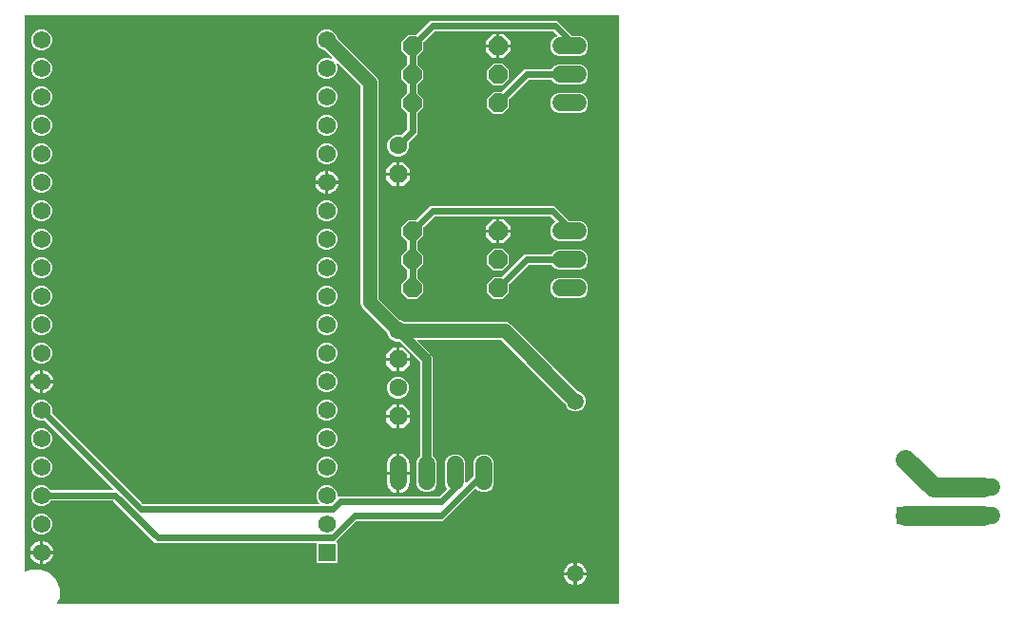
<source format=gbr>
G04 EAGLE Gerber RS-274X export*
G75*
%MOMM*%
%FSLAX34Y34*%
%LPD*%
%INTop Copper*%
%IPPOS*%
%AMOC8*
5,1,8,0,0,1.08239X$1,22.5*%
G01*
%ADD10C,1.600200*%
%ADD11P,1.732040X8X292.500000*%
%ADD12R,1.508000X1.508000*%
%ADD13C,1.508000*%
%ADD14P,1.814519X8X22.500000*%
%ADD15P,1.814519X8X202.500000*%
%ADD16C,1.524000*%
%ADD17R,1.560000X1.560000*%
%ADD18C,1.560000*%
%ADD19C,1.270000*%
%ADD20C,0.812800*%
%ADD21C,1.778000*%
%ADD22C,0.609600*%

G36*
X538500Y10164D02*
X538500Y10164D01*
X538519Y10162D01*
X538621Y10184D01*
X538723Y10200D01*
X538740Y10210D01*
X538760Y10214D01*
X538849Y10267D01*
X538940Y10316D01*
X538954Y10330D01*
X538971Y10340D01*
X539038Y10419D01*
X539110Y10494D01*
X539118Y10512D01*
X539131Y10527D01*
X539170Y10623D01*
X539213Y10717D01*
X539215Y10737D01*
X539223Y10755D01*
X539241Y10922D01*
X539241Y535078D01*
X539238Y535098D01*
X539240Y535117D01*
X539218Y535219D01*
X539202Y535321D01*
X539192Y535338D01*
X539188Y535358D01*
X539135Y535447D01*
X539086Y535538D01*
X539072Y535552D01*
X539062Y535569D01*
X538983Y535636D01*
X538908Y535708D01*
X538890Y535716D01*
X538875Y535729D01*
X538779Y535768D01*
X538685Y535811D01*
X538665Y535813D01*
X538647Y535821D01*
X538480Y535839D01*
X10922Y535839D01*
X10902Y535836D01*
X10883Y535838D01*
X10781Y535816D01*
X10679Y535800D01*
X10662Y535790D01*
X10642Y535786D01*
X10553Y535733D01*
X10462Y535684D01*
X10448Y535670D01*
X10431Y535660D01*
X10364Y535581D01*
X10292Y535506D01*
X10284Y535488D01*
X10271Y535473D01*
X10232Y535377D01*
X10189Y535283D01*
X10187Y535263D01*
X10179Y535245D01*
X10161Y535078D01*
X10161Y40239D01*
X10168Y40193D01*
X10166Y40147D01*
X10188Y40072D01*
X10200Y39996D01*
X10222Y39955D01*
X10235Y39911D01*
X10279Y39847D01*
X10316Y39778D01*
X10349Y39747D01*
X10375Y39709D01*
X10438Y39663D01*
X10494Y39609D01*
X10536Y39590D01*
X10572Y39562D01*
X10646Y39538D01*
X10717Y39505D01*
X10763Y39500D01*
X10806Y39486D01*
X10884Y39487D01*
X10961Y39478D01*
X11006Y39488D01*
X11052Y39488D01*
X11184Y39527D01*
X11202Y39531D01*
X11206Y39533D01*
X11213Y39535D01*
X15741Y41411D01*
X24259Y41411D01*
X32128Y38151D01*
X38151Y32128D01*
X41411Y24259D01*
X41411Y15741D01*
X39535Y11213D01*
X39525Y11169D01*
X39505Y11127D01*
X39497Y11050D01*
X39479Y10974D01*
X39483Y10928D01*
X39478Y10883D01*
X39495Y10806D01*
X39502Y10729D01*
X39521Y10687D01*
X39531Y10642D01*
X39571Y10575D01*
X39602Y10504D01*
X39633Y10470D01*
X39657Y10431D01*
X39716Y10380D01*
X39769Y10323D01*
X39809Y10301D01*
X39844Y10271D01*
X39916Y10242D01*
X39984Y10205D01*
X40029Y10196D01*
X40072Y10179D01*
X40208Y10164D01*
X40226Y10161D01*
X40231Y10162D01*
X40239Y10161D01*
X538480Y10161D01*
X538500Y10164D01*
G37*
%LPC*%
G36*
X270968Y47075D02*
X270968Y47075D01*
X270075Y47968D01*
X270075Y64094D01*
X270072Y64114D01*
X270074Y64133D01*
X270052Y64235D01*
X270036Y64337D01*
X270026Y64354D01*
X270022Y64374D01*
X269969Y64463D01*
X269920Y64554D01*
X269906Y64568D01*
X269896Y64585D01*
X269817Y64652D01*
X269742Y64724D01*
X269724Y64732D01*
X269709Y64745D01*
X269613Y64784D01*
X269519Y64827D01*
X269499Y64829D01*
X269481Y64837D01*
X269314Y64855D01*
X126702Y64855D01*
X89153Y102404D01*
X89079Y102457D01*
X89009Y102517D01*
X88979Y102529D01*
X88953Y102548D01*
X88866Y102575D01*
X88781Y102609D01*
X88740Y102613D01*
X88718Y102620D01*
X88686Y102619D01*
X88614Y102627D01*
X34108Y102627D01*
X33993Y102608D01*
X33877Y102591D01*
X33871Y102589D01*
X33865Y102588D01*
X33763Y102533D01*
X33657Y102480D01*
X33653Y102475D01*
X33647Y102472D01*
X33567Y102388D01*
X33485Y102304D01*
X33482Y102298D01*
X33478Y102294D01*
X33470Y102277D01*
X33404Y102157D01*
X33305Y101918D01*
X30682Y99295D01*
X27255Y97875D01*
X23545Y97875D01*
X20118Y99295D01*
X17495Y101918D01*
X16075Y105345D01*
X16075Y109055D01*
X17495Y112482D01*
X20118Y115105D01*
X23545Y116525D01*
X27255Y116525D01*
X30682Y115105D01*
X33305Y112482D01*
X33404Y112243D01*
X33466Y112143D01*
X33526Y112043D01*
X33531Y112039D01*
X33534Y112034D01*
X33624Y111959D01*
X33713Y111883D01*
X33719Y111881D01*
X33723Y111877D01*
X33832Y111835D01*
X33941Y111791D01*
X33948Y111790D01*
X33953Y111789D01*
X33971Y111788D01*
X34108Y111773D01*
X88723Y111773D01*
X88793Y111784D01*
X88865Y111786D01*
X88914Y111804D01*
X88965Y111812D01*
X89029Y111846D01*
X89096Y111871D01*
X89137Y111903D01*
X89183Y111928D01*
X89232Y111980D01*
X89288Y112024D01*
X89316Y112068D01*
X89352Y112106D01*
X89382Y112171D01*
X89421Y112231D01*
X89434Y112282D01*
X89456Y112329D01*
X89464Y112400D01*
X89481Y112470D01*
X89477Y112522D01*
X89483Y112573D01*
X89468Y112644D01*
X89462Y112715D01*
X89442Y112763D01*
X89431Y112814D01*
X89394Y112875D01*
X89366Y112941D01*
X89321Y112997D01*
X89304Y113025D01*
X89287Y113040D01*
X89261Y113072D01*
X28324Y174009D01*
X28229Y174077D01*
X28135Y174147D01*
X28129Y174149D01*
X28124Y174153D01*
X28013Y174187D01*
X27901Y174224D01*
X27895Y174223D01*
X27889Y174225D01*
X27772Y174222D01*
X27655Y174221D01*
X27648Y174219D01*
X27643Y174219D01*
X27626Y174213D01*
X27494Y174174D01*
X27255Y174075D01*
X23545Y174075D01*
X20118Y175495D01*
X17495Y178118D01*
X16075Y181545D01*
X16075Y185255D01*
X17495Y188682D01*
X20118Y191305D01*
X23545Y192725D01*
X27255Y192725D01*
X30682Y191305D01*
X33305Y188682D01*
X34725Y185255D01*
X34725Y181545D01*
X34626Y181306D01*
X34599Y181192D01*
X34570Y181079D01*
X34571Y181072D01*
X34569Y181066D01*
X34580Y180950D01*
X34589Y180834D01*
X34592Y180828D01*
X34593Y180821D01*
X34640Y180714D01*
X34686Y180607D01*
X34690Y180601D01*
X34693Y180597D01*
X34705Y180583D01*
X34791Y180476D01*
X115643Y99624D01*
X115717Y99571D01*
X115787Y99511D01*
X115817Y99499D01*
X115843Y99480D01*
X115930Y99453D01*
X116015Y99419D01*
X116056Y99415D01*
X116078Y99408D01*
X116110Y99409D01*
X116181Y99401D01*
X272174Y99401D01*
X272245Y99412D01*
X272317Y99414D01*
X272366Y99432D01*
X272417Y99440D01*
X272480Y99474D01*
X272548Y99499D01*
X272588Y99531D01*
X272634Y99556D01*
X272684Y99608D01*
X272740Y99652D01*
X272768Y99696D01*
X272804Y99734D01*
X272834Y99799D01*
X272873Y99859D01*
X272885Y99910D01*
X272907Y99957D01*
X272915Y100028D01*
X272933Y100098D01*
X272929Y100150D01*
X272935Y100201D01*
X272919Y100272D01*
X272914Y100343D01*
X272893Y100391D01*
X272882Y100442D01*
X272845Y100503D01*
X272817Y100569D01*
X272773Y100625D01*
X272756Y100653D01*
X272738Y100668D01*
X272713Y100700D01*
X271495Y101918D01*
X270075Y105345D01*
X270075Y109055D01*
X271495Y112482D01*
X274118Y115105D01*
X277545Y116525D01*
X281255Y116525D01*
X284682Y115105D01*
X287305Y112482D01*
X288725Y109055D01*
X288725Y106934D01*
X288728Y106914D01*
X288726Y106895D01*
X288748Y106793D01*
X288764Y106691D01*
X288774Y106674D01*
X288778Y106654D01*
X288831Y106565D01*
X288880Y106474D01*
X288894Y106460D01*
X288904Y106443D01*
X288983Y106376D01*
X289058Y106304D01*
X289076Y106296D01*
X289091Y106283D01*
X289187Y106244D01*
X289281Y106201D01*
X289301Y106199D01*
X289319Y106191D01*
X289486Y106173D01*
X378791Y106173D01*
X378881Y106187D01*
X378972Y106195D01*
X379001Y106207D01*
X379033Y106212D01*
X379114Y106255D01*
X379198Y106291D01*
X379230Y106317D01*
X379251Y106328D01*
X379273Y106351D01*
X379329Y106396D01*
X386002Y113069D01*
X386014Y113085D01*
X386029Y113098D01*
X386085Y113185D01*
X386146Y113269D01*
X386151Y113288D01*
X386162Y113304D01*
X386188Y113405D01*
X386218Y113504D01*
X386217Y113524D01*
X386222Y113543D01*
X386214Y113646D01*
X386212Y113750D01*
X386205Y113768D01*
X386203Y113788D01*
X386163Y113883D01*
X386127Y113981D01*
X386115Y113996D01*
X386107Y114014D01*
X386002Y114145D01*
X385947Y114200D01*
X384555Y117561D01*
X384555Y136439D01*
X385947Y139800D01*
X388520Y142373D01*
X391881Y143765D01*
X395519Y143765D01*
X398880Y142373D01*
X401453Y139800D01*
X402845Y136439D01*
X402845Y119049D01*
X402856Y118979D01*
X402858Y118907D01*
X402876Y118858D01*
X402884Y118807D01*
X402918Y118743D01*
X402943Y118676D01*
X402975Y118635D01*
X403000Y118589D01*
X403051Y118540D01*
X403096Y118484D01*
X403140Y118456D01*
X403178Y118420D01*
X403243Y118390D01*
X403303Y118351D01*
X403354Y118338D01*
X403401Y118316D01*
X403472Y118308D01*
X403542Y118291D01*
X403594Y118295D01*
X403645Y118289D01*
X403716Y118304D01*
X403787Y118310D01*
X403835Y118330D01*
X403886Y118341D01*
X403947Y118378D01*
X404013Y118406D01*
X404069Y118451D01*
X404097Y118468D01*
X404112Y118485D01*
X404144Y118511D01*
X409732Y124099D01*
X409785Y124173D01*
X409845Y124243D01*
X409857Y124273D01*
X409876Y124299D01*
X409903Y124386D01*
X409937Y124471D01*
X409941Y124512D01*
X409948Y124534D01*
X409947Y124566D01*
X409955Y124637D01*
X409955Y136439D01*
X411347Y139800D01*
X413920Y142373D01*
X417281Y143765D01*
X420919Y143765D01*
X424280Y142373D01*
X426853Y139800D01*
X428245Y136439D01*
X428245Y117561D01*
X426853Y114200D01*
X424280Y111627D01*
X420919Y110235D01*
X417281Y110235D01*
X413920Y111627D01*
X412595Y112952D01*
X412579Y112964D01*
X412567Y112979D01*
X412480Y113035D01*
X412396Y113096D01*
X412377Y113101D01*
X412360Y113112D01*
X412259Y113137D01*
X412161Y113168D01*
X412141Y113167D01*
X412121Y113172D01*
X412018Y113164D01*
X411915Y113162D01*
X411896Y113155D01*
X411876Y113153D01*
X411781Y113113D01*
X411684Y113077D01*
X411668Y113065D01*
X411650Y113057D01*
X411519Y112952D01*
X385796Y87229D01*
X382894Y84327D01*
X306206Y84327D01*
X306116Y84313D01*
X306025Y84305D01*
X305995Y84293D01*
X305963Y84288D01*
X305883Y84245D01*
X305799Y84209D01*
X305767Y84183D01*
X305746Y84172D01*
X305724Y84149D01*
X305668Y84104D01*
X289320Y67757D01*
X288098Y66535D01*
X288087Y66519D01*
X288071Y66506D01*
X288015Y66419D01*
X287955Y66335D01*
X287949Y66316D01*
X287938Y66299D01*
X287913Y66199D01*
X287882Y66100D01*
X287883Y66080D01*
X287878Y66061D01*
X287886Y65958D01*
X287889Y65854D01*
X287896Y65835D01*
X287897Y65815D01*
X287937Y65720D01*
X287973Y65623D01*
X287986Y65607D01*
X287993Y65589D01*
X288098Y65458D01*
X288725Y64832D01*
X288725Y47968D01*
X287832Y47075D01*
X270968Y47075D01*
G37*
%LPD*%
%LPC*%
G36*
X366481Y110235D02*
X366481Y110235D01*
X363120Y111627D01*
X360547Y114200D01*
X359155Y117561D01*
X359155Y136439D01*
X360547Y139800D01*
X362488Y141741D01*
X362541Y141815D01*
X362601Y141884D01*
X362613Y141914D01*
X362632Y141941D01*
X362659Y142028D01*
X362693Y142112D01*
X362697Y142153D01*
X362704Y142176D01*
X362703Y142208D01*
X362711Y142279D01*
X362711Y225970D01*
X362697Y226060D01*
X362689Y226151D01*
X362677Y226181D01*
X362672Y226212D01*
X362629Y226293D01*
X362593Y226377D01*
X362567Y226409D01*
X362556Y226430D01*
X362533Y226452D01*
X362488Y226508D01*
X344745Y244251D01*
X344671Y244304D01*
X344602Y244364D01*
X344571Y244376D01*
X344545Y244395D01*
X344458Y244422D01*
X344373Y244456D01*
X344333Y244460D01*
X344310Y244467D01*
X344278Y244466D01*
X344207Y244474D01*
X341005Y244474D01*
X337504Y245924D01*
X334824Y248604D01*
X333366Y252126D01*
X333360Y252164D01*
X333352Y252255D01*
X333340Y252285D01*
X333335Y252317D01*
X333292Y252397D01*
X333256Y252481D01*
X333230Y252513D01*
X333219Y252534D01*
X333196Y252556D01*
X333151Y252612D01*
X310824Y274939D01*
X309625Y277834D01*
X309625Y471923D01*
X309611Y472013D01*
X309603Y472104D01*
X309591Y472134D01*
X309586Y472166D01*
X309543Y472246D01*
X309507Y472330D01*
X309481Y472362D01*
X309470Y472383D01*
X309447Y472405D01*
X309402Y472461D01*
X289250Y492613D01*
X289171Y492670D01*
X289096Y492732D01*
X289072Y492742D01*
X289050Y492757D01*
X288957Y492785D01*
X288866Y492820D01*
X288840Y492821D01*
X288815Y492829D01*
X288718Y492827D01*
X288621Y492831D01*
X288596Y492823D01*
X288569Y492823D01*
X288478Y492789D01*
X288384Y492762D01*
X288363Y492747D01*
X288338Y492738D01*
X288262Y492677D01*
X288182Y492622D01*
X288167Y492601D01*
X288146Y492585D01*
X288094Y492503D01*
X288036Y492425D01*
X288028Y492400D01*
X288013Y492378D01*
X287990Y492283D01*
X287959Y492191D01*
X287960Y492165D01*
X287953Y492139D01*
X287961Y492042D01*
X287962Y491945D01*
X287971Y491913D01*
X287972Y491894D01*
X287985Y491864D01*
X288009Y491784D01*
X288725Y490055D01*
X288725Y486345D01*
X287305Y482918D01*
X284682Y480295D01*
X281255Y478875D01*
X277545Y478875D01*
X274118Y480295D01*
X271495Y482918D01*
X270075Y486345D01*
X270075Y490055D01*
X271495Y493482D01*
X274118Y496105D01*
X277545Y497525D01*
X281255Y497525D01*
X282984Y496809D01*
X283079Y496786D01*
X283172Y496758D01*
X283198Y496758D01*
X283223Y496752D01*
X283320Y496762D01*
X283417Y496764D01*
X283442Y496773D01*
X283468Y496776D01*
X283557Y496815D01*
X283648Y496849D01*
X283669Y496865D01*
X283693Y496876D01*
X283764Y496941D01*
X283840Y497002D01*
X283855Y497024D01*
X283874Y497042D01*
X283921Y497127D01*
X283973Y497209D01*
X283980Y497234D01*
X283992Y497257D01*
X284010Y497353D01*
X284034Y497448D01*
X284031Y497474D01*
X284036Y497499D01*
X284022Y497596D01*
X284014Y497693D01*
X284004Y497717D01*
X284000Y497743D01*
X283956Y497830D01*
X283918Y497919D01*
X283898Y497945D01*
X283889Y497962D01*
X283865Y497985D01*
X283813Y498050D01*
X277726Y504138D01*
X277673Y504176D01*
X277626Y504222D01*
X277553Y504262D01*
X277526Y504281D01*
X277507Y504287D01*
X277479Y504303D01*
X274118Y505695D01*
X271495Y508318D01*
X270075Y511745D01*
X270075Y515455D01*
X271495Y518882D01*
X274118Y521505D01*
X277545Y522925D01*
X281255Y522925D01*
X284682Y521505D01*
X287305Y518882D01*
X288697Y515521D01*
X288732Y515465D01*
X288757Y515405D01*
X288809Y515340D01*
X288827Y515312D01*
X288842Y515300D01*
X288862Y515274D01*
X321854Y482283D01*
X324176Y479961D01*
X325375Y477066D01*
X325375Y282977D01*
X325389Y282887D01*
X325397Y282796D01*
X325409Y282766D01*
X325414Y282734D01*
X325457Y282654D01*
X325493Y282570D01*
X325519Y282538D01*
X325530Y282517D01*
X325553Y282495D01*
X325598Y282439D01*
X344288Y263749D01*
X344362Y263696D01*
X344431Y263636D01*
X344461Y263624D01*
X344488Y263605D01*
X344575Y263578D01*
X344659Y263544D01*
X344700Y263540D01*
X344723Y263533D01*
X344755Y263534D01*
X344783Y263530D01*
X348316Y262067D01*
X348348Y262045D01*
X348417Y261985D01*
X348447Y261973D01*
X348473Y261954D01*
X348560Y261927D01*
X348645Y261893D01*
X348686Y261889D01*
X348709Y261882D01*
X348741Y261883D01*
X348812Y261875D01*
X439566Y261875D01*
X442461Y260676D01*
X502855Y200282D01*
X502908Y200244D01*
X502955Y200198D01*
X503028Y200157D01*
X503054Y200138D01*
X503073Y200133D01*
X503102Y200117D01*
X505835Y198985D01*
X508385Y196435D01*
X509765Y193103D01*
X509765Y189497D01*
X508385Y186165D01*
X505835Y183615D01*
X502503Y182235D01*
X498897Y182235D01*
X495565Y183615D01*
X493015Y186165D01*
X491883Y188898D01*
X491849Y188954D01*
X491823Y189014D01*
X491771Y189079D01*
X491754Y189107D01*
X491739Y189120D01*
X491718Y189145D01*
X434961Y245902D01*
X434887Y245955D01*
X434818Y246015D01*
X434788Y246027D01*
X434761Y246046D01*
X434674Y246073D01*
X434590Y246107D01*
X434549Y246111D01*
X434526Y246118D01*
X434494Y246117D01*
X434423Y246125D01*
X360516Y246125D01*
X360445Y246114D01*
X360374Y246112D01*
X360325Y246094D01*
X360273Y246086D01*
X360210Y246052D01*
X360143Y246027D01*
X360102Y245995D01*
X360056Y245970D01*
X360007Y245918D01*
X359951Y245874D01*
X359923Y245830D01*
X359887Y245792D01*
X359857Y245727D01*
X359818Y245667D01*
X359805Y245616D01*
X359783Y245569D01*
X359775Y245498D01*
X359758Y245428D01*
X359762Y245376D01*
X359756Y245325D01*
X359771Y245254D01*
X359777Y245183D01*
X359797Y245135D01*
X359808Y245084D01*
X359845Y245023D01*
X359873Y244957D01*
X359918Y244901D01*
X359934Y244873D01*
X359952Y244858D01*
X359978Y244826D01*
X371359Y233445D01*
X373038Y231766D01*
X373889Y229712D01*
X373889Y142279D01*
X373903Y142189D01*
X373911Y142098D01*
X373923Y142068D01*
X373928Y142036D01*
X373971Y141956D01*
X374007Y141872D01*
X374033Y141840D01*
X374044Y141819D01*
X374067Y141797D01*
X374112Y141741D01*
X376053Y139800D01*
X377445Y136439D01*
X377445Y117561D01*
X376053Y114200D01*
X373480Y111627D01*
X370119Y110235D01*
X366481Y110235D01*
G37*
%LPD*%
%LPC*%
G36*
X341005Y409574D02*
X341005Y409574D01*
X337504Y411024D01*
X334824Y413704D01*
X333374Y417205D01*
X333374Y420995D01*
X334824Y424496D01*
X337504Y427176D01*
X341005Y428626D01*
X344795Y428626D01*
X345148Y428479D01*
X345261Y428453D01*
X345375Y428424D01*
X345381Y428425D01*
X345387Y428423D01*
X345504Y428434D01*
X345620Y428443D01*
X345626Y428446D01*
X345632Y428446D01*
X345740Y428494D01*
X345847Y428540D01*
X345852Y428544D01*
X345857Y428546D01*
X345871Y428559D01*
X345978Y428644D01*
X350804Y433471D01*
X350857Y433545D01*
X350917Y433615D01*
X350929Y433645D01*
X350948Y433671D01*
X350975Y433758D01*
X351009Y433843D01*
X351013Y433884D01*
X351020Y433906D01*
X351019Y433938D01*
X351027Y434009D01*
X351027Y447447D01*
X351013Y447537D01*
X351005Y447628D01*
X350993Y447658D01*
X350988Y447690D01*
X350945Y447771D01*
X350909Y447855D01*
X350883Y447887D01*
X350872Y447907D01*
X350849Y447930D01*
X350804Y447985D01*
X345693Y453096D01*
X345693Y461304D01*
X350804Y466415D01*
X350853Y466482D01*
X350853Y466483D01*
X350854Y466483D01*
X350857Y466489D01*
X350917Y466558D01*
X350929Y466588D01*
X350948Y466614D01*
X350975Y466701D01*
X351009Y466786D01*
X351013Y466827D01*
X351020Y466849D01*
X351019Y466882D01*
X351027Y466953D01*
X351027Y472847D01*
X351013Y472937D01*
X351005Y473028D01*
X350993Y473058D01*
X350988Y473090D01*
X350945Y473171D01*
X350909Y473255D01*
X350883Y473287D01*
X350872Y473307D01*
X350849Y473330D01*
X350804Y473385D01*
X345693Y478496D01*
X345693Y486704D01*
X350804Y491815D01*
X350857Y491889D01*
X350917Y491958D01*
X350929Y491988D01*
X350948Y492014D01*
X350975Y492101D01*
X351009Y492186D01*
X351013Y492227D01*
X351020Y492249D01*
X351019Y492282D01*
X351027Y492353D01*
X351027Y498247D01*
X351013Y498337D01*
X351005Y498428D01*
X350993Y498458D01*
X350988Y498490D01*
X350945Y498571D01*
X350909Y498654D01*
X350883Y498687D01*
X350872Y498707D01*
X350849Y498729D01*
X350804Y498785D01*
X345693Y503896D01*
X345693Y512104D01*
X351496Y517907D01*
X358725Y517907D01*
X358815Y517921D01*
X358906Y517929D01*
X358935Y517941D01*
X358967Y517946D01*
X359048Y517989D01*
X359132Y518025D01*
X359164Y518051D01*
X359185Y518062D01*
X359192Y518069D01*
X359209Y518086D01*
X359263Y518130D01*
X371486Y530353D01*
X484494Y530353D01*
X497479Y517368D01*
X497553Y517315D01*
X497623Y517255D01*
X497653Y517243D01*
X497679Y517224D01*
X497766Y517197D01*
X497851Y517163D01*
X497892Y517159D01*
X497914Y517152D01*
X497946Y517153D01*
X498017Y517145D01*
X504739Y517145D01*
X508100Y515753D01*
X510673Y513180D01*
X512065Y509819D01*
X512065Y506181D01*
X510673Y502820D01*
X508100Y500247D01*
X504739Y498855D01*
X485861Y498855D01*
X482500Y500247D01*
X479927Y502820D01*
X478535Y506181D01*
X478535Y509819D01*
X479927Y513180D01*
X482500Y515753D01*
X484036Y516389D01*
X484075Y516413D01*
X484118Y516429D01*
X484179Y516477D01*
X484245Y516518D01*
X484274Y516554D01*
X484310Y516582D01*
X484352Y516648D01*
X484402Y516708D01*
X484418Y516751D01*
X484443Y516789D01*
X484462Y516865D01*
X484490Y516937D01*
X484492Y516983D01*
X484503Y517028D01*
X484497Y517105D01*
X484500Y517183D01*
X484488Y517227D01*
X484484Y517273D01*
X484454Y517345D01*
X484432Y517419D01*
X484406Y517457D01*
X484388Y517499D01*
X484302Y517606D01*
X484292Y517621D01*
X484288Y517624D01*
X484283Y517630D01*
X480929Y520984D01*
X480855Y521037D01*
X480785Y521097D01*
X480755Y521109D01*
X480729Y521128D01*
X480642Y521155D01*
X480557Y521189D01*
X480516Y521193D01*
X480494Y521200D01*
X480462Y521199D01*
X480391Y521207D01*
X375589Y521207D01*
X375499Y521193D01*
X375408Y521185D01*
X375379Y521173D01*
X375347Y521168D01*
X375266Y521125D01*
X375182Y521089D01*
X375150Y521063D01*
X375129Y521052D01*
X375107Y521029D01*
X375051Y520984D01*
X365730Y511663D01*
X365677Y511589D01*
X365617Y511519D01*
X365605Y511489D01*
X365586Y511463D01*
X365559Y511376D01*
X365525Y511291D01*
X365521Y511250D01*
X365514Y511228D01*
X365515Y511196D01*
X365507Y511125D01*
X365507Y503896D01*
X360396Y498785D01*
X360343Y498712D01*
X360283Y498642D01*
X360271Y498612D01*
X360252Y498586D01*
X360225Y498499D01*
X360191Y498414D01*
X360187Y498373D01*
X360180Y498351D01*
X360181Y498318D01*
X360173Y498247D01*
X360173Y492353D01*
X360187Y492263D01*
X360195Y492172D01*
X360207Y492142D01*
X360212Y492110D01*
X360255Y492029D01*
X360291Y491945D01*
X360317Y491913D01*
X360328Y491893D01*
X360351Y491870D01*
X360396Y491815D01*
X365507Y486704D01*
X365507Y478496D01*
X360396Y473385D01*
X360343Y473311D01*
X360283Y473242D01*
X360271Y473212D01*
X360252Y473186D01*
X360225Y473099D01*
X360191Y473014D01*
X360187Y472973D01*
X360180Y472951D01*
X360181Y472918D01*
X360173Y472847D01*
X360173Y466953D01*
X360187Y466863D01*
X360195Y466772D01*
X360207Y466742D01*
X360212Y466710D01*
X360255Y466629D01*
X360291Y466545D01*
X360317Y466513D01*
X360328Y466493D01*
X360351Y466470D01*
X360396Y466415D01*
X365507Y461304D01*
X365507Y453096D01*
X360396Y447985D01*
X360343Y447911D01*
X360283Y447842D01*
X360271Y447812D01*
X360252Y447786D01*
X360225Y447699D01*
X360191Y447614D01*
X360187Y447573D01*
X360180Y447551D01*
X360181Y447518D01*
X360173Y447447D01*
X360173Y429906D01*
X352444Y422178D01*
X352376Y422083D01*
X352306Y421989D01*
X352305Y421983D01*
X352301Y421978D01*
X352267Y421866D01*
X352230Y421755D01*
X352230Y421749D01*
X352229Y421743D01*
X352232Y421626D01*
X352233Y421509D01*
X352235Y421502D01*
X352235Y421497D01*
X352241Y421480D01*
X352279Y421348D01*
X352426Y420995D01*
X352426Y417205D01*
X350976Y413704D01*
X348296Y411024D01*
X344795Y409574D01*
X341005Y409574D01*
G37*
%LPD*%
%LPC*%
G36*
X351496Y282193D02*
X351496Y282193D01*
X345693Y287996D01*
X345693Y296204D01*
X350804Y301315D01*
X350857Y301389D01*
X350917Y301458D01*
X350929Y301488D01*
X350948Y301514D01*
X350975Y301601D01*
X351009Y301686D01*
X351013Y301727D01*
X351020Y301749D01*
X351019Y301782D01*
X351027Y301853D01*
X351027Y307747D01*
X351013Y307837D01*
X351005Y307928D01*
X350993Y307958D01*
X350988Y307990D01*
X350945Y308071D01*
X350909Y308155D01*
X350883Y308187D01*
X350872Y308207D01*
X350849Y308230D01*
X350804Y308285D01*
X345693Y313396D01*
X345693Y321604D01*
X350804Y326715D01*
X350857Y326789D01*
X350917Y326858D01*
X350929Y326888D01*
X350948Y326914D01*
X350975Y327001D01*
X351009Y327086D01*
X351013Y327127D01*
X351020Y327149D01*
X351019Y327182D01*
X351027Y327253D01*
X351027Y333147D01*
X351013Y333237D01*
X351005Y333328D01*
X350993Y333358D01*
X350988Y333390D01*
X350945Y333471D01*
X350909Y333555D01*
X350883Y333587D01*
X350872Y333607D01*
X350849Y333630D01*
X350804Y333685D01*
X345693Y338796D01*
X345693Y347004D01*
X351496Y352807D01*
X358725Y352807D01*
X358815Y352821D01*
X358906Y352829D01*
X358935Y352841D01*
X358967Y352846D01*
X359048Y352889D01*
X359132Y352925D01*
X359164Y352951D01*
X359185Y352962D01*
X359207Y352985D01*
X359263Y353030D01*
X371486Y365253D01*
X481954Y365253D01*
X494939Y352268D01*
X495013Y352215D01*
X495083Y352155D01*
X495113Y352143D01*
X495139Y352124D01*
X495226Y352097D01*
X495311Y352063D01*
X495352Y352059D01*
X495374Y352052D01*
X495406Y352053D01*
X495477Y352045D01*
X504739Y352045D01*
X508100Y350653D01*
X510673Y348080D01*
X512065Y344719D01*
X512065Y341081D01*
X510673Y337720D01*
X508100Y335147D01*
X504739Y333755D01*
X485861Y333755D01*
X482500Y335147D01*
X479927Y337720D01*
X478535Y341081D01*
X478535Y344719D01*
X479927Y348080D01*
X482522Y350675D01*
X482534Y350691D01*
X482549Y350703D01*
X482579Y350749D01*
X482601Y350773D01*
X482617Y350806D01*
X482666Y350874D01*
X482671Y350893D01*
X482682Y350910D01*
X482703Y350991D01*
X482705Y350996D01*
X482705Y351002D01*
X482707Y351011D01*
X482738Y351109D01*
X482737Y351129D01*
X482742Y351149D01*
X482734Y351252D01*
X482732Y351355D01*
X482725Y351374D01*
X482723Y351394D01*
X482683Y351489D01*
X482647Y351586D01*
X482635Y351602D01*
X482627Y351620D01*
X482522Y351751D01*
X478389Y355884D01*
X478315Y355937D01*
X478245Y355997D01*
X478215Y356009D01*
X478189Y356028D01*
X478102Y356055D01*
X478017Y356089D01*
X477976Y356093D01*
X477954Y356100D01*
X477922Y356099D01*
X477851Y356107D01*
X375589Y356107D01*
X375499Y356093D01*
X375408Y356085D01*
X375379Y356073D01*
X375347Y356068D01*
X375266Y356025D01*
X375182Y355989D01*
X375150Y355963D01*
X375129Y355952D01*
X375107Y355929D01*
X375051Y355884D01*
X365730Y346563D01*
X365677Y346489D01*
X365617Y346419D01*
X365605Y346389D01*
X365586Y346363D01*
X365559Y346276D01*
X365525Y346191D01*
X365521Y346150D01*
X365514Y346128D01*
X365515Y346096D01*
X365507Y346025D01*
X365507Y338796D01*
X360396Y333685D01*
X360343Y333611D01*
X360283Y333542D01*
X360271Y333512D01*
X360252Y333486D01*
X360225Y333399D01*
X360191Y333314D01*
X360187Y333273D01*
X360180Y333251D01*
X360181Y333218D01*
X360173Y333147D01*
X360173Y327253D01*
X360187Y327163D01*
X360195Y327072D01*
X360207Y327042D01*
X360212Y327010D01*
X360255Y326929D01*
X360291Y326845D01*
X360317Y326813D01*
X360328Y326793D01*
X360351Y326770D01*
X360396Y326715D01*
X365507Y321604D01*
X365507Y313396D01*
X360396Y308285D01*
X360343Y308211D01*
X360283Y308142D01*
X360271Y308112D01*
X360252Y308086D01*
X360225Y307999D01*
X360191Y307914D01*
X360187Y307873D01*
X360180Y307851D01*
X360181Y307818D01*
X360173Y307747D01*
X360173Y301853D01*
X360187Y301763D01*
X360195Y301672D01*
X360207Y301642D01*
X360212Y301610D01*
X360255Y301529D01*
X360291Y301445D01*
X360317Y301413D01*
X360328Y301393D01*
X360351Y301370D01*
X360396Y301315D01*
X365507Y296204D01*
X365507Y287996D01*
X359704Y282193D01*
X351496Y282193D01*
G37*
%LPD*%
%LPC*%
G36*
X427696Y282193D02*
X427696Y282193D01*
X421893Y287996D01*
X421893Y296204D01*
X427696Y302007D01*
X434925Y302007D01*
X435015Y302021D01*
X435106Y302029D01*
X435135Y302041D01*
X435167Y302046D01*
X435248Y302089D01*
X435332Y302125D01*
X435364Y302151D01*
X435385Y302162D01*
X435407Y302185D01*
X435463Y302230D01*
X455306Y322073D01*
X479167Y322073D01*
X479282Y322092D01*
X479398Y322109D01*
X479404Y322111D01*
X479410Y322112D01*
X479513Y322167D01*
X479617Y322220D01*
X479622Y322225D01*
X479627Y322228D01*
X479708Y322312D01*
X479790Y322396D01*
X479793Y322402D01*
X479797Y322406D01*
X479805Y322423D01*
X479871Y322543D01*
X479927Y322680D01*
X482500Y325253D01*
X485861Y326645D01*
X504739Y326645D01*
X508100Y325253D01*
X510673Y322680D01*
X512065Y319319D01*
X512065Y315681D01*
X510673Y312320D01*
X508100Y309747D01*
X504739Y308355D01*
X485861Y308355D01*
X482500Y309747D01*
X479927Y312320D01*
X479871Y312457D01*
X479809Y312557D01*
X479749Y312657D01*
X479744Y312661D01*
X479741Y312666D01*
X479651Y312741D01*
X479562Y312817D01*
X479556Y312819D01*
X479552Y312823D01*
X479443Y312865D01*
X479334Y312909D01*
X479327Y312910D01*
X479322Y312911D01*
X479304Y312912D01*
X479167Y312927D01*
X459409Y312927D01*
X459319Y312913D01*
X459228Y312905D01*
X459199Y312893D01*
X459167Y312888D01*
X459086Y312845D01*
X459002Y312809D01*
X458970Y312783D01*
X458949Y312772D01*
X458927Y312749D01*
X458871Y312704D01*
X441930Y295763D01*
X441877Y295689D01*
X441817Y295619D01*
X441805Y295589D01*
X441786Y295563D01*
X441759Y295476D01*
X441725Y295391D01*
X441721Y295350D01*
X441714Y295328D01*
X441715Y295296D01*
X441707Y295225D01*
X441707Y287996D01*
X435904Y282193D01*
X427696Y282193D01*
G37*
%LPD*%
%LPC*%
G36*
X427696Y447293D02*
X427696Y447293D01*
X421893Y453096D01*
X421893Y461304D01*
X427696Y467107D01*
X434925Y467107D01*
X435015Y467121D01*
X435106Y467129D01*
X435135Y467141D01*
X435167Y467146D01*
X435248Y467189D01*
X435332Y467225D01*
X435364Y467251D01*
X435385Y467262D01*
X435407Y467285D01*
X435463Y467330D01*
X455306Y487173D01*
X479167Y487173D01*
X479282Y487192D01*
X479398Y487209D01*
X479404Y487211D01*
X479410Y487212D01*
X479513Y487267D01*
X479617Y487320D01*
X479622Y487325D01*
X479627Y487328D01*
X479708Y487412D01*
X479790Y487496D01*
X479793Y487502D01*
X479797Y487506D01*
X479805Y487523D01*
X479871Y487643D01*
X479927Y487780D01*
X482500Y490353D01*
X485861Y491745D01*
X504739Y491745D01*
X508100Y490353D01*
X510673Y487780D01*
X512065Y484419D01*
X512065Y480781D01*
X510673Y477420D01*
X508100Y474847D01*
X504739Y473455D01*
X485861Y473455D01*
X482500Y474847D01*
X479927Y477420D01*
X479871Y477557D01*
X479809Y477657D01*
X479749Y477757D01*
X479744Y477761D01*
X479741Y477766D01*
X479651Y477841D01*
X479562Y477917D01*
X479556Y477919D01*
X479552Y477923D01*
X479443Y477965D01*
X479334Y478009D01*
X479327Y478010D01*
X479322Y478011D01*
X479304Y478012D01*
X479167Y478027D01*
X459409Y478027D01*
X459319Y478013D01*
X459228Y478005D01*
X459199Y477993D01*
X459167Y477988D01*
X459086Y477945D01*
X459002Y477909D01*
X458970Y477883D01*
X458949Y477872D01*
X458927Y477849D01*
X458871Y477804D01*
X441930Y460863D01*
X441877Y460789D01*
X441817Y460719D01*
X441805Y460689D01*
X441786Y460663D01*
X441759Y460576D01*
X441725Y460491D01*
X441721Y460450D01*
X441714Y460428D01*
X441715Y460396D01*
X441707Y460325D01*
X441707Y453096D01*
X435904Y447293D01*
X427696Y447293D01*
G37*
%LPD*%
%LPC*%
G36*
X485861Y282955D02*
X485861Y282955D01*
X482500Y284347D01*
X479927Y286920D01*
X478535Y290281D01*
X478535Y293919D01*
X479927Y297280D01*
X482500Y299853D01*
X485861Y301245D01*
X504739Y301245D01*
X508100Y299853D01*
X510673Y297280D01*
X512065Y293919D01*
X512065Y290281D01*
X510673Y286920D01*
X508100Y284347D01*
X504739Y282955D01*
X485861Y282955D01*
G37*
%LPD*%
%LPC*%
G36*
X485861Y448055D02*
X485861Y448055D01*
X482500Y449447D01*
X479927Y452020D01*
X478535Y455381D01*
X478535Y459019D01*
X479927Y462380D01*
X482500Y464953D01*
X485861Y466345D01*
X504739Y466345D01*
X508100Y464953D01*
X510673Y462380D01*
X512065Y459019D01*
X512065Y455381D01*
X510673Y452020D01*
X508100Y449447D01*
X504739Y448055D01*
X485861Y448055D01*
G37*
%LPD*%
%LPC*%
G36*
X427696Y307593D02*
X427696Y307593D01*
X421893Y313396D01*
X421893Y321604D01*
X427696Y327407D01*
X435904Y327407D01*
X441707Y321604D01*
X441707Y313396D01*
X435904Y307593D01*
X427696Y307593D01*
G37*
%LPD*%
%LPC*%
G36*
X427696Y472693D02*
X427696Y472693D01*
X421893Y478496D01*
X421893Y486704D01*
X427696Y492507D01*
X435904Y492507D01*
X441707Y486704D01*
X441707Y478496D01*
X435904Y472693D01*
X427696Y472693D01*
G37*
%LPD*%
%LPC*%
G36*
X341005Y193674D02*
X341005Y193674D01*
X337504Y195124D01*
X334824Y197804D01*
X333374Y201305D01*
X333374Y205095D01*
X334824Y208596D01*
X337504Y211276D01*
X341005Y212726D01*
X344795Y212726D01*
X348296Y211276D01*
X350976Y208596D01*
X352426Y205095D01*
X352426Y201305D01*
X350976Y197804D01*
X348296Y195124D01*
X344795Y193674D01*
X341005Y193674D01*
G37*
%LPD*%
%LPC*%
G36*
X23545Y453475D02*
X23545Y453475D01*
X20118Y454895D01*
X17495Y457518D01*
X16075Y460945D01*
X16075Y464655D01*
X17495Y468082D01*
X20118Y470705D01*
X23545Y472125D01*
X27255Y472125D01*
X30682Y470705D01*
X33305Y468082D01*
X34725Y464655D01*
X34725Y460945D01*
X33305Y457518D01*
X30682Y454895D01*
X27255Y453475D01*
X23545Y453475D01*
G37*
%LPD*%
%LPC*%
G36*
X277545Y453475D02*
X277545Y453475D01*
X274118Y454895D01*
X271495Y457518D01*
X270075Y460945D01*
X270075Y464655D01*
X271495Y468082D01*
X274118Y470705D01*
X277545Y472125D01*
X281255Y472125D01*
X284682Y470705D01*
X287305Y468082D01*
X288725Y464655D01*
X288725Y460945D01*
X287305Y457518D01*
X284682Y454895D01*
X281255Y453475D01*
X277545Y453475D01*
G37*
%LPD*%
%LPC*%
G36*
X23545Y478875D02*
X23545Y478875D01*
X20118Y480295D01*
X17495Y482918D01*
X16075Y486345D01*
X16075Y490055D01*
X17495Y493482D01*
X20118Y496105D01*
X23545Y497525D01*
X27255Y497525D01*
X30682Y496105D01*
X33305Y493482D01*
X34725Y490055D01*
X34725Y486345D01*
X33305Y482918D01*
X30682Y480295D01*
X27255Y478875D01*
X23545Y478875D01*
G37*
%LPD*%
%LPC*%
G36*
X23545Y428075D02*
X23545Y428075D01*
X20118Y429495D01*
X17495Y432118D01*
X16075Y435545D01*
X16075Y439255D01*
X17495Y442682D01*
X20118Y445305D01*
X23545Y446725D01*
X27255Y446725D01*
X30682Y445305D01*
X33305Y442682D01*
X34725Y439255D01*
X34725Y435545D01*
X33305Y432118D01*
X30682Y429495D01*
X27255Y428075D01*
X23545Y428075D01*
G37*
%LPD*%
%LPC*%
G36*
X277545Y428075D02*
X277545Y428075D01*
X274118Y429495D01*
X271495Y432118D01*
X270075Y435545D01*
X270075Y439255D01*
X271495Y442682D01*
X274118Y445305D01*
X277545Y446725D01*
X281255Y446725D01*
X284682Y445305D01*
X287305Y442682D01*
X288725Y439255D01*
X288725Y435545D01*
X287305Y432118D01*
X284682Y429495D01*
X281255Y428075D01*
X277545Y428075D01*
G37*
%LPD*%
%LPC*%
G36*
X277545Y402675D02*
X277545Y402675D01*
X274118Y404095D01*
X271495Y406718D01*
X270075Y410145D01*
X270075Y413855D01*
X271495Y417282D01*
X274118Y419905D01*
X277545Y421325D01*
X281255Y421325D01*
X284682Y419905D01*
X287305Y417282D01*
X288725Y413855D01*
X288725Y410145D01*
X287305Y406718D01*
X284682Y404095D01*
X281255Y402675D01*
X277545Y402675D01*
G37*
%LPD*%
%LPC*%
G36*
X23545Y402675D02*
X23545Y402675D01*
X20118Y404095D01*
X17495Y406718D01*
X16075Y410145D01*
X16075Y413855D01*
X17495Y417282D01*
X20118Y419905D01*
X23545Y421325D01*
X27255Y421325D01*
X30682Y419905D01*
X33305Y417282D01*
X34725Y413855D01*
X34725Y410145D01*
X33305Y406718D01*
X30682Y404095D01*
X27255Y402675D01*
X23545Y402675D01*
G37*
%LPD*%
%LPC*%
G36*
X23545Y72475D02*
X23545Y72475D01*
X20118Y73895D01*
X17495Y76518D01*
X16075Y79945D01*
X16075Y83655D01*
X17495Y87082D01*
X20118Y89705D01*
X23545Y91125D01*
X27255Y91125D01*
X30682Y89705D01*
X33305Y87082D01*
X34725Y83655D01*
X34725Y79945D01*
X33305Y76518D01*
X30682Y73895D01*
X27255Y72475D01*
X23545Y72475D01*
G37*
%LPD*%
%LPC*%
G36*
X277545Y174075D02*
X277545Y174075D01*
X274118Y175495D01*
X271495Y178118D01*
X270075Y181545D01*
X270075Y185255D01*
X271495Y188682D01*
X274118Y191305D01*
X277545Y192725D01*
X281255Y192725D01*
X284682Y191305D01*
X287305Y188682D01*
X288725Y185255D01*
X288725Y181545D01*
X287305Y178118D01*
X284682Y175495D01*
X281255Y174075D01*
X277545Y174075D01*
G37*
%LPD*%
%LPC*%
G36*
X23545Y224875D02*
X23545Y224875D01*
X20118Y226295D01*
X17495Y228918D01*
X16075Y232345D01*
X16075Y236055D01*
X17495Y239482D01*
X20118Y242105D01*
X23545Y243525D01*
X27255Y243525D01*
X30682Y242105D01*
X33305Y239482D01*
X34725Y236055D01*
X34725Y232345D01*
X33305Y228918D01*
X30682Y226295D01*
X27255Y224875D01*
X23545Y224875D01*
G37*
%LPD*%
%LPC*%
G36*
X277545Y224875D02*
X277545Y224875D01*
X274118Y226295D01*
X271495Y228918D01*
X270075Y232345D01*
X270075Y236055D01*
X271495Y239482D01*
X274118Y242105D01*
X277545Y243525D01*
X281255Y243525D01*
X284682Y242105D01*
X287305Y239482D01*
X288725Y236055D01*
X288725Y232345D01*
X287305Y228918D01*
X284682Y226295D01*
X281255Y224875D01*
X277545Y224875D01*
G37*
%LPD*%
%LPC*%
G36*
X23545Y377275D02*
X23545Y377275D01*
X20118Y378695D01*
X17495Y381318D01*
X16075Y384745D01*
X16075Y388455D01*
X17495Y391882D01*
X20118Y394505D01*
X23545Y395925D01*
X27255Y395925D01*
X30682Y394505D01*
X33305Y391882D01*
X34725Y388455D01*
X34725Y384745D01*
X33305Y381318D01*
X30682Y378695D01*
X27255Y377275D01*
X23545Y377275D01*
G37*
%LPD*%
%LPC*%
G36*
X23545Y123275D02*
X23545Y123275D01*
X20118Y124695D01*
X17495Y127318D01*
X16075Y130745D01*
X16075Y134455D01*
X17495Y137882D01*
X20118Y140505D01*
X23545Y141925D01*
X27255Y141925D01*
X30682Y140505D01*
X33305Y137882D01*
X34725Y134455D01*
X34725Y130745D01*
X33305Y127318D01*
X30682Y124695D01*
X27255Y123275D01*
X23545Y123275D01*
G37*
%LPD*%
%LPC*%
G36*
X277545Y123275D02*
X277545Y123275D01*
X274118Y124695D01*
X271495Y127318D01*
X270075Y130745D01*
X270075Y134455D01*
X271495Y137882D01*
X274118Y140505D01*
X277545Y141925D01*
X281255Y141925D01*
X284682Y140505D01*
X287305Y137882D01*
X288725Y134455D01*
X288725Y130745D01*
X287305Y127318D01*
X284682Y124695D01*
X281255Y123275D01*
X277545Y123275D01*
G37*
%LPD*%
%LPC*%
G36*
X23545Y250275D02*
X23545Y250275D01*
X20118Y251695D01*
X17495Y254318D01*
X16075Y257745D01*
X16075Y261455D01*
X17495Y264882D01*
X20118Y267505D01*
X23545Y268925D01*
X27255Y268925D01*
X30682Y267505D01*
X33305Y264882D01*
X34725Y261455D01*
X34725Y257745D01*
X33305Y254318D01*
X30682Y251695D01*
X27255Y250275D01*
X23545Y250275D01*
G37*
%LPD*%
%LPC*%
G36*
X277545Y250275D02*
X277545Y250275D01*
X274118Y251695D01*
X271495Y254318D01*
X270075Y257745D01*
X270075Y261455D01*
X271495Y264882D01*
X274118Y267505D01*
X277545Y268925D01*
X281255Y268925D01*
X284682Y267505D01*
X287305Y264882D01*
X288725Y261455D01*
X288725Y257745D01*
X287305Y254318D01*
X284682Y251695D01*
X281255Y250275D01*
X277545Y250275D01*
G37*
%LPD*%
%LPC*%
G36*
X23545Y148675D02*
X23545Y148675D01*
X20118Y150095D01*
X17495Y152718D01*
X16075Y156145D01*
X16075Y159855D01*
X17495Y163282D01*
X20118Y165905D01*
X23545Y167325D01*
X27255Y167325D01*
X30682Y165905D01*
X33305Y163282D01*
X34725Y159855D01*
X34725Y156145D01*
X33305Y152718D01*
X30682Y150095D01*
X27255Y148675D01*
X23545Y148675D01*
G37*
%LPD*%
%LPC*%
G36*
X277545Y148675D02*
X277545Y148675D01*
X274118Y150095D01*
X271495Y152718D01*
X270075Y156145D01*
X270075Y159855D01*
X271495Y163282D01*
X274118Y165905D01*
X277545Y167325D01*
X281255Y167325D01*
X284682Y165905D01*
X287305Y163282D01*
X288725Y159855D01*
X288725Y156145D01*
X287305Y152718D01*
X284682Y150095D01*
X281255Y148675D01*
X277545Y148675D01*
G37*
%LPD*%
%LPC*%
G36*
X23545Y351875D02*
X23545Y351875D01*
X20118Y353295D01*
X17495Y355918D01*
X16075Y359345D01*
X16075Y363055D01*
X17495Y366482D01*
X20118Y369105D01*
X23545Y370525D01*
X27255Y370525D01*
X30682Y369105D01*
X33305Y366482D01*
X34725Y363055D01*
X34725Y359345D01*
X33305Y355918D01*
X30682Y353295D01*
X27255Y351875D01*
X23545Y351875D01*
G37*
%LPD*%
%LPC*%
G36*
X277545Y351875D02*
X277545Y351875D01*
X274118Y353295D01*
X271495Y355918D01*
X270075Y359345D01*
X270075Y363055D01*
X271495Y366482D01*
X274118Y369105D01*
X277545Y370525D01*
X281255Y370525D01*
X284682Y369105D01*
X287305Y366482D01*
X288725Y363055D01*
X288725Y359345D01*
X287305Y355918D01*
X284682Y353295D01*
X281255Y351875D01*
X277545Y351875D01*
G37*
%LPD*%
%LPC*%
G36*
X23545Y275675D02*
X23545Y275675D01*
X20118Y277095D01*
X17495Y279718D01*
X16075Y283145D01*
X16075Y286855D01*
X17495Y290282D01*
X20118Y292905D01*
X23545Y294325D01*
X27255Y294325D01*
X30682Y292905D01*
X33305Y290282D01*
X34725Y286855D01*
X34725Y283145D01*
X33305Y279718D01*
X30682Y277095D01*
X27255Y275675D01*
X23545Y275675D01*
G37*
%LPD*%
%LPC*%
G36*
X277545Y275675D02*
X277545Y275675D01*
X274118Y277095D01*
X271495Y279718D01*
X270075Y283145D01*
X270075Y286855D01*
X271495Y290282D01*
X274118Y292905D01*
X277545Y294325D01*
X281255Y294325D01*
X284682Y292905D01*
X287305Y290282D01*
X288725Y286855D01*
X288725Y283145D01*
X287305Y279718D01*
X284682Y277095D01*
X281255Y275675D01*
X277545Y275675D01*
G37*
%LPD*%
%LPC*%
G36*
X277545Y199475D02*
X277545Y199475D01*
X274118Y200895D01*
X271495Y203518D01*
X270075Y206945D01*
X270075Y210655D01*
X271495Y214082D01*
X274118Y216705D01*
X277545Y218125D01*
X281255Y218125D01*
X284682Y216705D01*
X287305Y214082D01*
X288725Y210655D01*
X288725Y206945D01*
X287305Y203518D01*
X284682Y200895D01*
X281255Y199475D01*
X277545Y199475D01*
G37*
%LPD*%
%LPC*%
G36*
X277545Y326475D02*
X277545Y326475D01*
X274118Y327895D01*
X271495Y330518D01*
X270075Y333945D01*
X270075Y337655D01*
X271495Y341082D01*
X274118Y343705D01*
X277545Y345125D01*
X281255Y345125D01*
X284682Y343705D01*
X287305Y341082D01*
X288725Y337655D01*
X288725Y333945D01*
X287305Y330518D01*
X284682Y327895D01*
X281255Y326475D01*
X277545Y326475D01*
G37*
%LPD*%
%LPC*%
G36*
X23545Y326475D02*
X23545Y326475D01*
X20118Y327895D01*
X17495Y330518D01*
X16075Y333945D01*
X16075Y337655D01*
X17495Y341082D01*
X20118Y343705D01*
X23545Y345125D01*
X27255Y345125D01*
X30682Y343705D01*
X33305Y341082D01*
X34725Y337655D01*
X34725Y333945D01*
X33305Y330518D01*
X30682Y327895D01*
X27255Y326475D01*
X23545Y326475D01*
G37*
%LPD*%
%LPC*%
G36*
X23545Y301075D02*
X23545Y301075D01*
X20118Y302495D01*
X17495Y305118D01*
X16075Y308545D01*
X16075Y312255D01*
X17495Y315682D01*
X20118Y318305D01*
X23545Y319725D01*
X27255Y319725D01*
X30682Y318305D01*
X33305Y315682D01*
X34725Y312255D01*
X34725Y308545D01*
X33305Y305118D01*
X30682Y302495D01*
X27255Y301075D01*
X23545Y301075D01*
G37*
%LPD*%
%LPC*%
G36*
X277545Y301075D02*
X277545Y301075D01*
X274118Y302495D01*
X271495Y305118D01*
X270075Y308545D01*
X270075Y312255D01*
X271495Y315682D01*
X274118Y318305D01*
X277545Y319725D01*
X281255Y319725D01*
X284682Y318305D01*
X287305Y315682D01*
X288725Y312255D01*
X288725Y308545D01*
X287305Y305118D01*
X284682Y302495D01*
X281255Y301075D01*
X277545Y301075D01*
G37*
%LPD*%
%LPC*%
G36*
X23545Y504275D02*
X23545Y504275D01*
X20118Y505695D01*
X17495Y508318D01*
X16075Y511745D01*
X16075Y515455D01*
X17495Y518882D01*
X20118Y521505D01*
X23545Y522925D01*
X27255Y522925D01*
X30682Y521505D01*
X33305Y518882D01*
X34725Y515455D01*
X34725Y511745D01*
X33305Y508318D01*
X30682Y505695D01*
X27255Y504275D01*
X23545Y504275D01*
G37*
%LPD*%
%LPC*%
G36*
X344423Y128523D02*
X344423Y128523D01*
X344423Y144666D01*
X345279Y144531D01*
X346800Y144036D01*
X348225Y143310D01*
X349519Y142370D01*
X350650Y141239D01*
X351590Y139945D01*
X352316Y138520D01*
X352811Y136999D01*
X353061Y135420D01*
X353061Y128523D01*
X344423Y128523D01*
G37*
%LPD*%
%LPC*%
G36*
X344423Y125477D02*
X344423Y125477D01*
X353061Y125477D01*
X353061Y118580D01*
X352811Y117001D01*
X352316Y115480D01*
X351590Y114055D01*
X350650Y112761D01*
X349519Y111630D01*
X348225Y110690D01*
X346800Y109964D01*
X345279Y109469D01*
X344423Y109334D01*
X344423Y125477D01*
G37*
%LPD*%
%LPC*%
G36*
X332739Y128523D02*
X332739Y128523D01*
X332739Y135420D01*
X332989Y136999D01*
X333484Y138520D01*
X334210Y139945D01*
X335150Y141239D01*
X336281Y142370D01*
X337575Y143310D01*
X339000Y144036D01*
X340521Y144531D01*
X341377Y144666D01*
X341377Y128523D01*
X332739Y128523D01*
G37*
%LPD*%
%LPC*%
G36*
X340521Y109469D02*
X340521Y109469D01*
X339000Y109964D01*
X337575Y110690D01*
X336281Y111630D01*
X335150Y112761D01*
X334210Y114055D01*
X333484Y115480D01*
X332989Y117001D01*
X332739Y118580D01*
X332739Y125477D01*
X341377Y125477D01*
X341377Y109334D01*
X340521Y109469D01*
G37*
%LPD*%
%LPC*%
G36*
X433323Y509523D02*
X433323Y509523D01*
X433323Y518923D01*
X436324Y518923D01*
X442723Y512524D01*
X442723Y509523D01*
X433323Y509523D01*
G37*
%LPD*%
%LPC*%
G36*
X433323Y344423D02*
X433323Y344423D01*
X433323Y353823D01*
X436324Y353823D01*
X442723Y347424D01*
X442723Y344423D01*
X433323Y344423D01*
G37*
%LPD*%
%LPC*%
G36*
X433323Y497077D02*
X433323Y497077D01*
X433323Y506477D01*
X442723Y506477D01*
X442723Y503476D01*
X436324Y497077D01*
X433323Y497077D01*
G37*
%LPD*%
%LPC*%
G36*
X420877Y344423D02*
X420877Y344423D01*
X420877Y347424D01*
X427276Y353823D01*
X430277Y353823D01*
X430277Y344423D01*
X420877Y344423D01*
G37*
%LPD*%
%LPC*%
G36*
X420877Y509523D02*
X420877Y509523D01*
X420877Y512524D01*
X427276Y518923D01*
X430277Y518923D01*
X430277Y509523D01*
X420877Y509523D01*
G37*
%LPD*%
%LPC*%
G36*
X433323Y331977D02*
X433323Y331977D01*
X433323Y341377D01*
X442723Y341377D01*
X442723Y338376D01*
X436324Y331977D01*
X433323Y331977D01*
G37*
%LPD*%
%LPC*%
G36*
X427276Y497077D02*
X427276Y497077D01*
X420877Y503476D01*
X420877Y506477D01*
X430277Y506477D01*
X430277Y497077D01*
X427276Y497077D01*
G37*
%LPD*%
%LPC*%
G36*
X427276Y331977D02*
X427276Y331977D01*
X420877Y338376D01*
X420877Y341377D01*
X430277Y341377D01*
X430277Y331977D01*
X427276Y331977D01*
G37*
%LPD*%
%LPC*%
G36*
X344423Y179323D02*
X344423Y179323D01*
X344423Y188342D01*
X347267Y188342D01*
X353442Y182167D01*
X353442Y179323D01*
X344423Y179323D01*
G37*
%LPD*%
%LPC*%
G36*
X344423Y230123D02*
X344423Y230123D01*
X344423Y239142D01*
X347267Y239142D01*
X353442Y232967D01*
X353442Y230123D01*
X344423Y230123D01*
G37*
%LPD*%
%LPC*%
G36*
X344423Y395223D02*
X344423Y395223D01*
X344423Y404242D01*
X347267Y404242D01*
X353442Y398067D01*
X353442Y395223D01*
X344423Y395223D01*
G37*
%LPD*%
%LPC*%
G36*
X332358Y230123D02*
X332358Y230123D01*
X332358Y232967D01*
X338533Y239142D01*
X341377Y239142D01*
X341377Y230123D01*
X332358Y230123D01*
G37*
%LPD*%
%LPC*%
G36*
X344423Y383158D02*
X344423Y383158D01*
X344423Y392177D01*
X353442Y392177D01*
X353442Y389333D01*
X347267Y383158D01*
X344423Y383158D01*
G37*
%LPD*%
%LPC*%
G36*
X332358Y179323D02*
X332358Y179323D01*
X332358Y182167D01*
X338533Y188342D01*
X341377Y188342D01*
X341377Y179323D01*
X332358Y179323D01*
G37*
%LPD*%
%LPC*%
G36*
X344423Y218058D02*
X344423Y218058D01*
X344423Y227077D01*
X353442Y227077D01*
X353442Y224233D01*
X347267Y218058D01*
X344423Y218058D01*
G37*
%LPD*%
%LPC*%
G36*
X344423Y167258D02*
X344423Y167258D01*
X344423Y176277D01*
X353442Y176277D01*
X353442Y173433D01*
X347267Y167258D01*
X344423Y167258D01*
G37*
%LPD*%
%LPC*%
G36*
X332358Y395223D02*
X332358Y395223D01*
X332358Y398067D01*
X338533Y404242D01*
X341377Y404242D01*
X341377Y395223D01*
X332358Y395223D01*
G37*
%LPD*%
%LPC*%
G36*
X338533Y383158D02*
X338533Y383158D01*
X332358Y389333D01*
X332358Y392177D01*
X341377Y392177D01*
X341377Y383158D01*
X338533Y383158D01*
G37*
%LPD*%
%LPC*%
G36*
X338533Y218058D02*
X338533Y218058D01*
X332358Y224233D01*
X332358Y227077D01*
X341377Y227077D01*
X341377Y218058D01*
X338533Y218058D01*
G37*
%LPD*%
%LPC*%
G36*
X338533Y167258D02*
X338533Y167258D01*
X332358Y173433D01*
X332358Y176277D01*
X341377Y176277D01*
X341377Y167258D01*
X338533Y167258D01*
G37*
%LPD*%
%LPC*%
G36*
X26923Y57923D02*
X26923Y57923D01*
X26923Y66628D01*
X27821Y66486D01*
X29370Y65983D01*
X30820Y65244D01*
X32137Y64287D01*
X33287Y63137D01*
X34244Y61820D01*
X34983Y60370D01*
X35486Y58821D01*
X35628Y57923D01*
X26923Y57923D01*
G37*
%LPD*%
%LPC*%
G36*
X26923Y210323D02*
X26923Y210323D01*
X26923Y219028D01*
X27821Y218886D01*
X29370Y218383D01*
X30820Y217644D01*
X32137Y216687D01*
X33287Y215537D01*
X34244Y214220D01*
X34983Y212770D01*
X35486Y211221D01*
X35628Y210323D01*
X26923Y210323D01*
G37*
%LPD*%
%LPC*%
G36*
X280923Y388123D02*
X280923Y388123D01*
X280923Y396828D01*
X281821Y396686D01*
X283370Y396183D01*
X284820Y395444D01*
X286137Y394487D01*
X287287Y393337D01*
X288244Y392020D01*
X288983Y390570D01*
X289486Y389021D01*
X289628Y388123D01*
X280923Y388123D01*
G37*
%LPD*%
%LPC*%
G36*
X15172Y210323D02*
X15172Y210323D01*
X15314Y211221D01*
X15817Y212770D01*
X16556Y214220D01*
X17513Y215537D01*
X18663Y216687D01*
X19980Y217644D01*
X21430Y218383D01*
X22979Y218886D01*
X23877Y219028D01*
X23877Y210323D01*
X15172Y210323D01*
G37*
%LPD*%
%LPC*%
G36*
X15172Y57923D02*
X15172Y57923D01*
X15314Y58821D01*
X15817Y60370D01*
X16556Y61820D01*
X17513Y63137D01*
X18663Y64287D01*
X19980Y65244D01*
X21430Y65983D01*
X22979Y66486D01*
X23877Y66628D01*
X23877Y57923D01*
X15172Y57923D01*
G37*
%LPD*%
%LPC*%
G36*
X26923Y207277D02*
X26923Y207277D01*
X35628Y207277D01*
X35486Y206379D01*
X34983Y204830D01*
X34244Y203380D01*
X33287Y202063D01*
X32137Y200913D01*
X30820Y199956D01*
X29370Y199217D01*
X27821Y198714D01*
X26923Y198572D01*
X26923Y207277D01*
G37*
%LPD*%
%LPC*%
G36*
X280923Y385077D02*
X280923Y385077D01*
X289628Y385077D01*
X289486Y384179D01*
X288983Y382630D01*
X288244Y381180D01*
X287287Y379863D01*
X286137Y378713D01*
X284820Y377756D01*
X283370Y377017D01*
X281821Y376514D01*
X280923Y376372D01*
X280923Y385077D01*
G37*
%LPD*%
%LPC*%
G36*
X269172Y388123D02*
X269172Y388123D01*
X269314Y389021D01*
X269817Y390570D01*
X270556Y392020D01*
X271513Y393337D01*
X272663Y394487D01*
X273980Y395444D01*
X275430Y396183D01*
X276979Y396686D01*
X277877Y396828D01*
X277877Y388123D01*
X269172Y388123D01*
G37*
%LPD*%
%LPC*%
G36*
X26923Y54877D02*
X26923Y54877D01*
X35628Y54877D01*
X35486Y53979D01*
X34983Y52430D01*
X34244Y50980D01*
X33287Y49663D01*
X32137Y48513D01*
X30820Y47556D01*
X29370Y46817D01*
X27821Y46314D01*
X26923Y46172D01*
X26923Y54877D01*
G37*
%LPD*%
%LPC*%
G36*
X22979Y198714D02*
X22979Y198714D01*
X21430Y199217D01*
X19980Y199956D01*
X18663Y200913D01*
X17513Y202063D01*
X16556Y203380D01*
X15817Y204830D01*
X15314Y206379D01*
X15172Y207277D01*
X23877Y207277D01*
X23877Y198572D01*
X22979Y198714D01*
G37*
%LPD*%
%LPC*%
G36*
X22979Y46314D02*
X22979Y46314D01*
X21430Y46817D01*
X19980Y47556D01*
X18663Y48513D01*
X17513Y49663D01*
X16556Y50980D01*
X15817Y52430D01*
X15314Y53979D01*
X15172Y54877D01*
X23877Y54877D01*
X23877Y46172D01*
X22979Y46314D01*
G37*
%LPD*%
%LPC*%
G36*
X276979Y376514D02*
X276979Y376514D01*
X275430Y377017D01*
X273980Y377756D01*
X272663Y378713D01*
X271513Y379863D01*
X270556Y381180D01*
X269817Y382630D01*
X269314Y384179D01*
X269172Y385077D01*
X277877Y385077D01*
X277877Y376372D01*
X276979Y376514D01*
G37*
%LPD*%
%LPC*%
G36*
X502223Y38823D02*
X502223Y38823D01*
X502223Y47265D01*
X503061Y47133D01*
X504570Y46642D01*
X505983Y45922D01*
X507267Y44989D01*
X508389Y43867D01*
X509322Y42583D01*
X510042Y41170D01*
X510533Y39661D01*
X510665Y38823D01*
X502223Y38823D01*
G37*
%LPD*%
%LPC*%
G36*
X490735Y38823D02*
X490735Y38823D01*
X490867Y39661D01*
X491358Y41170D01*
X492078Y42583D01*
X493011Y43867D01*
X494133Y44989D01*
X495417Y45922D01*
X496830Y46642D01*
X498339Y47133D01*
X499177Y47265D01*
X499177Y38823D01*
X490735Y38823D01*
G37*
%LPD*%
%LPC*%
G36*
X502223Y35777D02*
X502223Y35777D01*
X510665Y35777D01*
X510533Y34939D01*
X510042Y33430D01*
X509322Y32017D01*
X508389Y30733D01*
X507267Y29611D01*
X505983Y28678D01*
X504570Y27958D01*
X503061Y27467D01*
X502223Y27335D01*
X502223Y35777D01*
G37*
%LPD*%
%LPC*%
G36*
X498339Y27467D02*
X498339Y27467D01*
X496830Y27958D01*
X495417Y28678D01*
X494133Y29611D01*
X493011Y30733D01*
X492078Y32017D01*
X491358Y33430D01*
X490867Y34939D01*
X490735Y35777D01*
X499177Y35777D01*
X499177Y27335D01*
X498339Y27467D01*
G37*
%LPD*%
%LPC*%
G36*
X342899Y228599D02*
X342899Y228599D01*
X342899Y228601D01*
X342901Y228601D01*
X342901Y228599D01*
X342899Y228599D01*
G37*
%LPD*%
%LPC*%
G36*
X431799Y342899D02*
X431799Y342899D01*
X431799Y342901D01*
X431801Y342901D01*
X431801Y342899D01*
X431799Y342899D01*
G37*
%LPD*%
%LPC*%
G36*
X25399Y56399D02*
X25399Y56399D01*
X25399Y56401D01*
X25401Y56401D01*
X25401Y56399D01*
X25399Y56399D01*
G37*
%LPD*%
%LPC*%
G36*
X342899Y126999D02*
X342899Y126999D01*
X342899Y127001D01*
X342901Y127001D01*
X342901Y126999D01*
X342899Y126999D01*
G37*
%LPD*%
%LPC*%
G36*
X342899Y393699D02*
X342899Y393699D01*
X342899Y393701D01*
X342901Y393701D01*
X342901Y393699D01*
X342899Y393699D01*
G37*
%LPD*%
%LPC*%
G36*
X342899Y177799D02*
X342899Y177799D01*
X342899Y177801D01*
X342901Y177801D01*
X342901Y177799D01*
X342899Y177799D01*
G37*
%LPD*%
%LPC*%
G36*
X279399Y386599D02*
X279399Y386599D01*
X279399Y386601D01*
X279401Y386601D01*
X279401Y386599D01*
X279399Y386599D01*
G37*
%LPD*%
%LPC*%
G36*
X500699Y37299D02*
X500699Y37299D01*
X500699Y37301D01*
X500701Y37301D01*
X500701Y37299D01*
X500699Y37299D01*
G37*
%LPD*%
%LPC*%
G36*
X431799Y507999D02*
X431799Y507999D01*
X431799Y508001D01*
X431801Y508001D01*
X431801Y507999D01*
X431799Y507999D01*
G37*
%LPD*%
%LPC*%
G36*
X25399Y208799D02*
X25399Y208799D01*
X25399Y208801D01*
X25401Y208801D01*
X25401Y208799D01*
X25399Y208799D01*
G37*
%LPD*%
D10*
X342900Y419100D03*
D11*
X342900Y393700D03*
D10*
X342900Y254000D03*
D11*
X342900Y228600D03*
D10*
X342900Y203200D03*
D11*
X342900Y177800D03*
D12*
X794700Y89300D03*
D13*
X794700Y139300D03*
X500700Y37300D03*
X500700Y191300D03*
D14*
X355600Y508000D03*
X431800Y508000D03*
D15*
X431800Y482600D03*
X355600Y482600D03*
X431800Y457200D03*
X355600Y457200D03*
D14*
X355600Y342900D03*
X431800Y342900D03*
D15*
X431800Y317500D03*
X355600Y317500D03*
X431800Y292100D03*
X355600Y292100D03*
D16*
X487680Y457200D02*
X502920Y457200D01*
X502920Y482600D02*
X487680Y482600D01*
X487680Y508000D02*
X502920Y508000D01*
X502920Y292100D02*
X487680Y292100D01*
X487680Y317500D02*
X502920Y317500D01*
X502920Y342900D02*
X487680Y342900D01*
X342900Y134620D02*
X342900Y119380D01*
X368300Y119380D02*
X368300Y134620D01*
X393700Y134620D02*
X393700Y119380D01*
X419100Y119380D02*
X419100Y134620D01*
D17*
X279400Y56400D03*
D18*
X279400Y81800D03*
X279400Y513600D03*
X279400Y107200D03*
X279400Y132600D03*
X279400Y158000D03*
X279400Y183400D03*
X279400Y208800D03*
X279400Y234200D03*
X279400Y259600D03*
X279400Y285000D03*
X279400Y310400D03*
X279400Y335800D03*
X279400Y361200D03*
X279400Y386600D03*
X279400Y412000D03*
X279400Y437400D03*
X279400Y462800D03*
X279400Y488200D03*
X25400Y56400D03*
X25400Y81800D03*
X25400Y107200D03*
X25400Y132600D03*
X25400Y158000D03*
X25400Y183400D03*
X25400Y208800D03*
X25400Y234200D03*
X25400Y259600D03*
X25400Y285000D03*
X25400Y310400D03*
X25400Y335800D03*
X25400Y361200D03*
X25400Y386600D03*
X25400Y412000D03*
X25400Y437400D03*
X25400Y462800D03*
X25400Y488200D03*
X25400Y513600D03*
D16*
X855980Y88900D02*
X871220Y88900D01*
X871220Y114300D02*
X855980Y114300D01*
D19*
X317500Y475500D02*
X279400Y513600D01*
X317500Y279400D02*
X342900Y254000D01*
X317500Y279400D02*
X317500Y475500D01*
X342900Y254000D02*
X438000Y254000D01*
X500700Y191300D01*
D20*
X368300Y228600D02*
X342900Y254000D01*
X368300Y228600D02*
X368300Y127000D01*
D21*
X794700Y139300D02*
X819700Y114300D01*
X863600Y114300D01*
D22*
X355600Y482600D02*
X355600Y508000D01*
X355600Y482600D02*
X355600Y457200D01*
X355600Y431800D01*
X342900Y419100D01*
X355600Y508000D02*
X373380Y525780D01*
X482600Y525780D01*
X495300Y513080D01*
X495300Y508000D01*
X355600Y342900D02*
X355600Y317500D01*
X355600Y292100D01*
X355600Y342900D02*
X373380Y360680D01*
X480060Y360680D01*
X495300Y345440D01*
X495300Y342900D01*
X291297Y101600D02*
X284525Y94828D01*
X291297Y101600D02*
X381000Y101600D01*
X393700Y114300D01*
X393700Y127000D01*
X113972Y94828D02*
X25400Y183400D01*
X113972Y94828D02*
X284525Y94828D01*
X90824Y107200D02*
X25400Y107200D01*
X284525Y69428D02*
X303997Y88900D01*
X128596Y69428D02*
X90824Y107200D01*
X128596Y69428D02*
X284525Y69428D01*
X381000Y88900D02*
X419100Y127000D01*
X381000Y88900D02*
X303997Y88900D01*
X431800Y457200D02*
X457200Y482600D01*
X495300Y482600D01*
X457200Y317500D02*
X431800Y292100D01*
X457200Y317500D02*
X495300Y317500D01*
D21*
X795100Y88900D02*
X863600Y88900D01*
X795100Y88900D02*
X794700Y89300D01*
M02*

</source>
